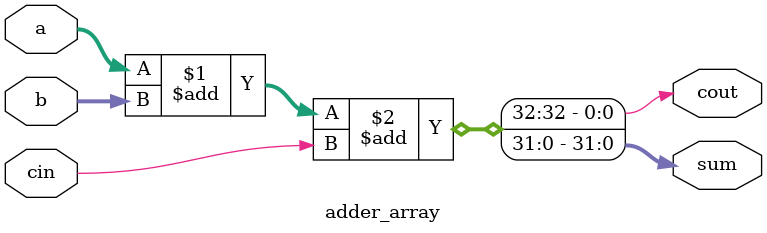
<source format=v>
module adder_array (sum, cout, cin, a, b) ;
	input cin ;
	input[31:0] a, b;
	output[31:0] sum ;
	output cout ;
	
	assign {cout, sum} = a + b + cin ;
endmodule 
</source>
